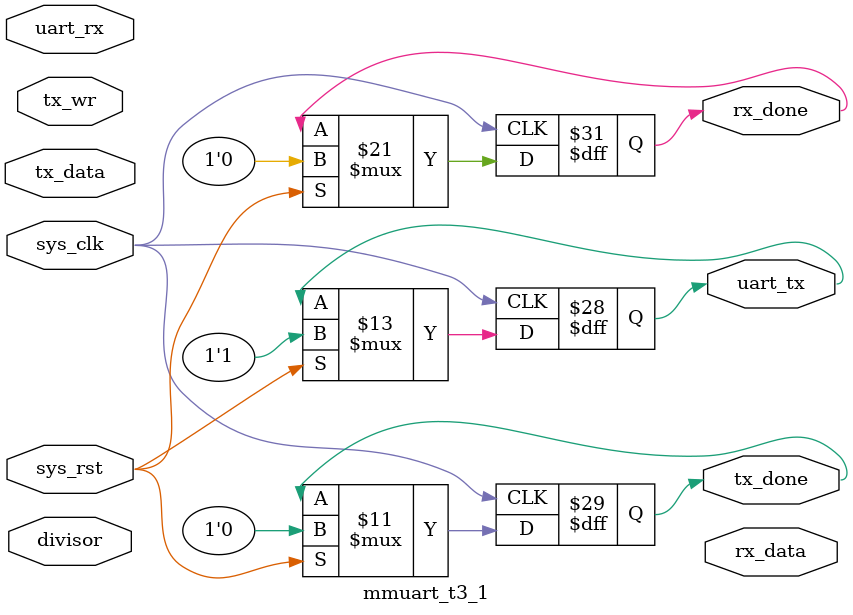
<source format=v>
/*
 * Milkymist VJ SoC
 * Copyright (C) 2007, 2008, 2009, 2010 Sebastien Bourdeauducq
 *
 * This program is free software: you can redistribute it and/or modify
 * it under the terms of the GNU General Public License as published by
 * the Free Software Foundation, version 3 of the License.
 *
 * This program is distributed in the hope that it will be useful,
 * but WITHOUT ANY WARRANTY; without even the implied warranty of
 * MERCHANTABILITY or FITNESS FOR A PARTICULAR PURPOSE.  See the
 * GNU General Public License for more details.
 *
 * You should have received a copy of the GNU General Public License
 * along with this program.  If not, see <http://www.gnu.org/licenses/>.
 */

module mmuart_t3_1(
	input sys_rst,
	input sys_clk,

	input uart_rx,
	output reg uart_tx,

	input [15:0] divisor,

	output reg [7:0] rx_data,
	output reg rx_done,

	input [7:0] tx_data,
	input tx_wr,
	output reg tx_done
);

//-----------------------------------------------------------------
// enable16 generator
//-----------------------------------------------------------------
reg [15:0] enable16_counter;

wire enable16;
assign enable16 = (enable16_counter == 16'd0);

always @(posedge sys_clk) begin
	if(sys_rst)
		enable16_counter <= divisor - 16'b1;
	else begin
		enable16_counter <= enable16_counter - 16'd1;
		if(enable16)
			enable16_counter <= divisor - 16'b1;
	end
end

//-----------------------------------------------------------------
// Synchronize uart_rx
//-----------------------------------------------------------------
reg uart_rx1;
reg uart_rx2;

always @(posedge sys_clk) begin
	uart_rx1 <= uart_rx;
	uart_rx2 <= uart_rx1;
end

//-----------------------------------------------------------------
// UART RX Logic
//-----------------------------------------------------------------
reg rx_busy;
reg [3:0] rx_count16;
reg [3:0] rx_bitcount;
reg [7:0] rx_reg;

always @(posedge sys_clk) begin
	if(sys_rst) begin
		rx_done <= 1'b0;
		rx_busy <= 1'b0;
		rx_count16  <= 4'd0;
		rx_bitcount <= 4'd0;
	end 
end

//-----------------------------------------------------------------
// UART TX Logic
//-----------------------------------------------------------------
reg tx_busy;
reg [3:0] tx_bitcount;
reg [3:0] tx_count16;
reg [7:0] tx_reg;

always @(posedge sys_clk) begin
	if(sys_rst) begin
		tx_done <= 1'b0;
		tx_busy <= 1'b0;
		uart_tx <= 1'b1;
	end 
end

endmodule

</source>
